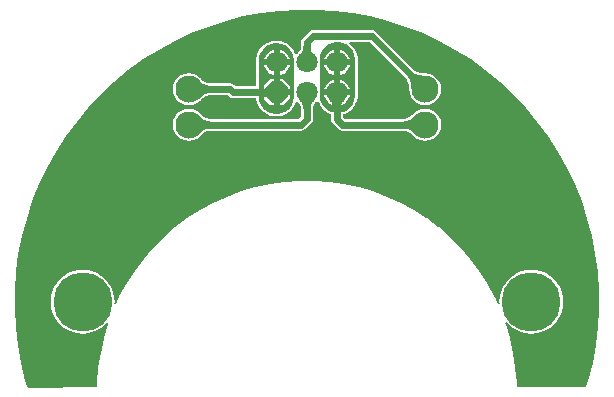
<source format=gbl>
G04*
G04 #@! TF.GenerationSoftware,Altium Limited,Altium Designer,20.1.8 (145)*
G04*
G04 Layer_Physical_Order=2*
G04 Layer_Color=16711680*
%FSTAX43Y43*%
%MOMM*%
G71*
G04*
G04 #@! TF.SameCoordinates,996BCE0E-84F6-4872-9113-F872C4FAF876*
G04*
G04*
G04 #@! TF.FilePolarity,Positive*
G04*
G01*
G75*
%ADD14C,2.300*%
%ADD15C,1.800*%
%ADD16P,1.948X8X22.5*%
%ADD17C,5.000*%
%ADD18C,0.600*%
G36*
X0076319Y007765D02*
X0077855Y0077457D01*
X0079376Y0077168D01*
X0080876Y0076785D01*
X0082349Y0076309D01*
X0083789Y0075742D01*
X0085191Y0075085D01*
X008655Y0074343D01*
X0087859Y0073517D01*
X0089114Y0072611D01*
X009031Y0071628D01*
X0091442Y0070572D01*
X0092506Y0069448D01*
X0093498Y0068259D01*
X0094414Y006701D01*
X0095249Y0065707D01*
X0096002Y0064355D01*
X0096668Y0062957D01*
X0097246Y0061521D01*
X0097734Y0060052D01*
X0098128Y0058555D01*
X0098428Y0057036D01*
X0098632Y0055502D01*
X0098741Y0053957D01*
X0098752Y0052409D01*
X0098667Y0050863D01*
X0098485Y0049326D01*
X0098207Y0047803D01*
X0097835Y00463D01*
X0097663Y0045755D01*
X009175D01*
X0091744Y0046129D01*
X0091742Y0046136D01*
X0091743Y0046143D01*
X0091654Y0047389D01*
X0091652Y0047398D01*
X0091652Y0047407D01*
X0091474Y0048643D01*
X0091471Y0048652D01*
X0091471Y0048661D01*
X0091205Y0049882D01*
X0091202Y004989D01*
X0091201Y00499D01*
X0090849Y0051098D01*
X0090845Y0051106D01*
X0090843Y0051116D01*
X0090806Y0051216D01*
X0090917Y0051282D01*
X0091085Y0051085D01*
X0091408Y0050809D01*
X009177Y0050587D01*
X0092163Y0050424D01*
X0092576Y0050325D01*
X0093Y0050292D01*
X0093424Y0050325D01*
X0093837Y0050424D01*
X009423Y0050587D01*
X0094592Y0050809D01*
X0094915Y0051085D01*
X0095191Y0051408D01*
X0095413Y005177D01*
X0095576Y0052163D01*
X0095675Y0052576D01*
X0095708Y0053D01*
X0095675Y0053424D01*
X0095576Y0053837D01*
X0095413Y005423D01*
X0095191Y0054592D01*
X0094915Y0054915D01*
X0094592Y0055191D01*
X009423Y0055413D01*
X0093837Y0055576D01*
X0093424Y0055675D01*
X0093Y0055708D01*
X0092576Y0055675D01*
X0092163Y0055576D01*
X009177Y0055413D01*
X0091408Y0055191D01*
X0091085Y0054915D01*
X0090809Y0054592D01*
X0090587Y005423D01*
X0090424Y0053837D01*
X0090325Y0053424D01*
X0090292Y0053D01*
X0090306Y0052813D01*
X0090182Y0052781D01*
X0089881Y0053439D01*
X0089875Y0053447D01*
X0089873Y0053455D01*
X0089274Y0054552D01*
X0089268Y0054559D01*
X0089265Y0054568D01*
X0088589Y0055618D01*
X0088583Y0055625D01*
X0088579Y0055633D01*
X008783Y0056633D01*
X0087823Y005664D01*
X0087819Y0056648D01*
X0087001Y0057592D01*
X0086993Y0057597D01*
X0086988Y0057605D01*
X0086105Y0058488D01*
X0086097Y0058493D01*
X0086092Y0058501D01*
X0085148Y0059319D01*
X008514Y0059323D01*
X0085133Y005933D01*
X0084133Y0060079D01*
X0084125Y0060083D01*
X0084118Y0060089D01*
X0083068Y0060765D01*
X0083059Y0060768D01*
X0083052Y0060774D01*
X0081955Y0061373D01*
X0081947Y0061375D01*
X0081939Y0061381D01*
X0080803Y00619D01*
X0080794Y0061902D01*
X0080786Y0061907D01*
X0079616Y0062343D01*
X0079606Y0062345D01*
X0079598Y0062349D01*
X00784Y0062701D01*
X0078391Y0062702D01*
X0078382Y0062705D01*
X0077161Y0062971D01*
X0077152Y0062971D01*
X0077143Y0062974D01*
X0075907Y0063152D01*
X0075898Y0063152D01*
X0075889Y0063154D01*
X0074643Y0063243D01*
X0074634Y0063242D01*
X0074625Y0063244D01*
X0073375D01*
X0073366Y0063242D01*
X0073357Y0063243D01*
X0072111Y0063154D01*
X0072102Y0063152D01*
X0072093Y0063152D01*
X0070857Y0062974D01*
X0070848Y0062971D01*
X0070839Y0062971D01*
X0069618Y0062705D01*
X0069609Y0062702D01*
X00696Y0062701D01*
X0068402Y0062349D01*
X0068394Y0062345D01*
X0068384Y0062343D01*
X0067214Y0061907D01*
X0067206Y0061902D01*
X0067197Y00619D01*
X0066061Y0061381D01*
X0066053Y0061375D01*
X0066045Y0061373D01*
X0064948Y0060774D01*
X0064941Y0060768D01*
X0064932Y0060765D01*
X0063882Y0060089D01*
X0063875Y0060083D01*
X0063867Y0060079D01*
X0062867Y005933D01*
X006286Y0059323D01*
X0062852Y0059319D01*
X0061908Y0058501D01*
X0061903Y0058493D01*
X0061895Y0058488D01*
X0061012Y0057605D01*
X0061007Y0057597D01*
X0060999Y0057592D01*
X0060181Y0056648D01*
X0060177Y005664D01*
X006017Y0056633D01*
X0059421Y0055633D01*
X0059417Y0055625D01*
X0059411Y0055618D01*
X0058735Y0054568D01*
X0058732Y0054559D01*
X0058726Y0054552D01*
X0058127Y0053455D01*
X0058125Y0053447D01*
X0058119Y0053439D01*
X0057818Y0052781D01*
X0057694Y0052813D01*
X0057708Y0053D01*
X0057675Y0053424D01*
X0057576Y0053837D01*
X0057413Y005423D01*
X0057191Y0054592D01*
X0056915Y0054915D01*
X0056592Y0055191D01*
X005623Y0055413D01*
X0055837Y0055576D01*
X0055424Y0055675D01*
X0055Y0055708D01*
X0054576Y0055675D01*
X0054163Y0055576D01*
X005377Y0055413D01*
X0053408Y0055191D01*
X0053085Y0054915D01*
X0052809Y0054592D01*
X0052587Y005423D01*
X0052424Y0053837D01*
X0052325Y0053424D01*
X0052292Y0053D01*
X0052325Y0052576D01*
X0052424Y0052163D01*
X0052587Y005177D01*
X0052809Y0051408D01*
X0053085Y0051085D01*
X0053408Y0050809D01*
X005377Y0050587D01*
X0054163Y0050424D01*
X0054576Y0050325D01*
X0055Y0050292D01*
X0055424Y0050325D01*
X0055837Y0050424D01*
X005623Y0050587D01*
X0056592Y0050809D01*
X0056915Y0051085D01*
X0057083Y0051282D01*
X0057194Y0051216D01*
X0057157Y0051116D01*
X0057155Y0051106D01*
X0057151Y0051098D01*
X0056799Y00499D01*
X0056798Y004989D01*
X0056795Y0049882D01*
X0056529Y0048661D01*
X0056529Y0048652D01*
X0056526Y0048643D01*
X0056348Y0047407D01*
X0056348Y0047398D01*
X0056346Y0047389D01*
X0056257Y0046143D01*
X0056258Y0046136D01*
X0056256Y0046129D01*
X005625Y0045754D01*
X0050341Y0045741D01*
X0050165Y00463D01*
X0049793Y0047803D01*
X0049515Y0049326D01*
X0049333Y0050863D01*
X0049248Y0052409D01*
X0049259Y0053957D01*
X0049368Y0055502D01*
X0049572Y0057036D01*
X0049872Y0058555D01*
X0050266Y0060052D01*
X0050754Y0061521D01*
X0051332Y0062957D01*
X0051998Y0064355D01*
X0052751Y0065707D01*
X0053586Y006701D01*
X0054502Y0068259D01*
X0055494Y0069448D01*
X0056558Y0070572D01*
X005769Y0071628D01*
X0058886Y0072611D01*
X0060141Y0073517D01*
X006145Y0074343D01*
X0062809Y0075085D01*
X0064211Y0075742D01*
X0065651Y0076309D01*
X0067124Y0076785D01*
X0068624Y0077168D01*
X0070145Y0077457D01*
X0071681Y007765D01*
X0073226Y0077747D01*
X0074774D01*
X0076319Y007765D01*
D02*
G37*
%LPC*%
G36*
X00795Y007601D02*
X00745D01*
X0074305Y0075971D01*
X007414Y007586D01*
X007364Y007536D01*
X0073529Y0075195D01*
X007349Y0075D01*
Y0074566D01*
X0073485Y0074527D01*
X0073472Y0074464D01*
X0073454Y0074403D01*
X0073431Y0074343D01*
X0073402Y0074285D01*
X0073367Y0074227D01*
X0073327Y007417D01*
X007328Y0074114D01*
X0073245Y0074077D01*
X0073215Y0074055D01*
X0073147Y0073966D01*
X0073002Y0073985D01*
X0072918Y0074189D01*
X0072907Y0074205D01*
X0072899Y0074224D01*
X0072735Y0074469D01*
X007272Y0074484D01*
X0072709Y00745D01*
X00725Y0074709D01*
X0072484Y007472D01*
X0072469Y0074735D01*
X0072224Y0074899D01*
X0072205Y0074907D01*
X0072189Y0074918D01*
X0071916Y0075031D01*
X0071896Y0075035D01*
X0071877Y0075042D01*
X0071588Y00751D01*
X0071567D01*
X0071548Y0075104D01*
X0071252D01*
X0071233Y00751D01*
X0071212D01*
X0070923Y0075042D01*
X0070904Y0075035D01*
X0070884Y0075031D01*
X0070611Y0074918D01*
X0070595Y0074907D01*
X0070576Y0074899D01*
X0070331Y0074735D01*
X0070316Y007472D01*
X00703Y0074709D01*
X0070091Y00745D01*
X007008Y0074484D01*
X0070065Y0074469D01*
X0069901Y0074224D01*
X0069893Y0074205D01*
X0069882Y0074189D01*
X0069769Y0073916D01*
X0069765Y0073896D01*
X0069758Y0073877D01*
X00697Y0073588D01*
Y0073567D01*
X0069696Y0073548D01*
Y007124D01*
X0067981D01*
X006786Y007136D01*
X0067695Y0071471D01*
X00675Y007151D01*
X0065714D01*
X0065648Y007152D01*
X0065569Y007154D01*
X0065489Y0071569D01*
X0065407Y0071608D01*
X0065323Y0071656D01*
X0065236Y0071713D01*
X0065148Y0071781D01*
X0065058Y0071859D01*
X0064996Y007192D01*
X0064963Y0071963D01*
X0064681Y0072179D01*
X0064352Y0072315D01*
X0064Y0072362D01*
X0063648Y0072315D01*
X0063319Y0072179D01*
X0063037Y0071963D01*
X0062821Y0071681D01*
X0062685Y0071352D01*
X0062638Y0071D01*
X0062685Y0070648D01*
X0062821Y0070319D01*
X0063037Y0070037D01*
X0063319Y0069821D01*
X0063648Y0069685D01*
X0064Y0069638D01*
X0064352Y0069685D01*
X0064681Y0069821D01*
X0064963Y0070037D01*
X0064996Y007008D01*
X0065058Y0070141D01*
X0065148Y0070219D01*
X0065236Y0070287D01*
X0065323Y0070344D01*
X0065407Y0070392D01*
X0065489Y0070431D01*
X0065569Y007046D01*
X0065648Y007048D01*
X0065714Y007049D01*
X0067289D01*
X006741Y007037D01*
X0067575Y0070259D01*
X006777Y007022D01*
X00697D01*
Y0070212D01*
X0069758Y0069923D01*
X0069765Y0069904D01*
X0069769Y0069884D01*
X0069882Y0069611D01*
X0069893Y0069595D01*
X0069901Y0069576D01*
X0070065Y0069331D01*
X007008Y0069316D01*
X0070091Y00693D01*
X00703Y0069091D01*
X0070316Y006908D01*
X0070331Y0069065D01*
X0070576Y0068901D01*
X0070595Y0068893D01*
X0070611Y0068882D01*
X0070884Y0068769D01*
X0070904Y0068765D01*
X0070923Y0068758D01*
X0071212Y00687D01*
X0071233D01*
X0071252Y0068696D01*
X0071548D01*
X0071567Y00687D01*
X0071588D01*
X0071877Y0068758D01*
X0071896Y0068765D01*
X0071916Y0068769D01*
X0072189Y0068882D01*
X0072205Y0068893D01*
X0072224Y0068901D01*
X0072469Y0069065D01*
X0072484Y006908D01*
X00725Y0069091D01*
X0072709Y00693D01*
X007272Y0069316D01*
X0072735Y0069331D01*
X0072899Y0069576D01*
X0072907Y0069595D01*
X0072918Y0069611D01*
X0073031Y0069884D01*
X0073035Y0069904D01*
X0073042Y0069923D01*
X0073052Y0069969D01*
X0073175Y0069998D01*
X0073215Y0069945D01*
X0073245Y0069923D01*
X007328Y0069886D01*
X0073327Y006983D01*
X0073367Y0069773D01*
X0073402Y0069715D01*
X0073431Y0069657D01*
X0073454Y0069597D01*
X0073472Y0069536D01*
X0073485Y0069473D01*
X007349Y0069434D01*
Y0068711D01*
X0073289Y006851D01*
X0065714D01*
X0065648Y006852D01*
X0065569Y006854D01*
X0065489Y0068569D01*
X0065407Y0068608D01*
X0065323Y0068656D01*
X0065236Y0068713D01*
X0065148Y0068781D01*
X0065058Y0068859D01*
X0064996Y006892D01*
X0064963Y0068963D01*
X0064681Y0069179D01*
X0064352Y0069315D01*
X0064Y0069362D01*
X0063648Y0069315D01*
X0063319Y0069179D01*
X0063037Y0068963D01*
X0062821Y0068681D01*
X0062685Y0068352D01*
X0062638Y0068D01*
X0062685Y0067648D01*
X0062821Y0067319D01*
X0063037Y0067037D01*
X0063319Y0066821D01*
X0063648Y0066685D01*
X0064Y0066638D01*
X0064352Y0066685D01*
X0064681Y0066821D01*
X0064963Y0067037D01*
X0064996Y006708D01*
X0065058Y0067141D01*
X0065148Y0067219D01*
X0065236Y0067287D01*
X0065323Y0067344D01*
X0065407Y0067392D01*
X0065489Y0067431D01*
X0065569Y006746D01*
X0065648Y006748D01*
X0065714Y006749D01*
X00735D01*
X0073695Y0067529D01*
X007386Y006764D01*
X007436Y006814D01*
X0074471Y0068305D01*
X007451Y00685D01*
Y0069434D01*
X0074515Y0069473D01*
X0074528Y0069536D01*
X0074546Y0069597D01*
X0074569Y0069657D01*
X0074598Y0069715D01*
X0074633Y0069773D01*
X0074673Y006983D01*
X007472Y0069886D01*
X0074755Y0069923D01*
X0074785Y0069945D01*
X007482Y0069992D01*
X0074849Y0069995D01*
X0074875Y0069992D01*
X0074958Y0069963D01*
X0075062Y0069711D01*
X0075073Y0069695D01*
X0075081Y0069676D01*
X0075245Y0069431D01*
X007526Y0069416D01*
X0075271Y00694D01*
X007548Y0069191D01*
X0075496Y006918D01*
X0075511Y0069165D01*
X0075756Y0069001D01*
X0075775Y0068993D01*
X0075791Y0068982D01*
X007603Y0068883D01*
Y006846D01*
X0076069Y0068265D01*
X007618Y00681D01*
X007664Y006764D01*
X0076805Y0067529D01*
X0077Y006749D01*
X0082286D01*
X0082352Y006748D01*
X0082431Y006746D01*
X0082511Y0067431D01*
X0082593Y0067392D01*
X0082677Y0067344D01*
X0082764Y0067287D01*
X0082852Y0067219D01*
X0082942Y0067141D01*
X0083004Y006708D01*
X0083037Y0067037D01*
X0083319Y0066821D01*
X0083648Y0066685D01*
X0084Y0066638D01*
X0084352Y0066685D01*
X0084681Y0066821D01*
X0084963Y0067037D01*
X0085179Y0067319D01*
X0085315Y0067648D01*
X0085362Y0068D01*
X0085315Y0068352D01*
X0085179Y0068681D01*
X0084963Y0068963D01*
X0084681Y0069179D01*
X0084352Y0069315D01*
X0084Y0069362D01*
X0083648Y0069315D01*
X0083319Y0069179D01*
X0083037Y0068963D01*
X0083004Y006892D01*
X0082942Y0068859D01*
X0082852Y0068781D01*
X0082764Y0068713D01*
X0082677Y0068656D01*
X0082593Y0068608D01*
X0082511Y0068569D01*
X0082431Y006854D01*
X0082352Y006852D01*
X0082286Y006851D01*
X0077211D01*
X007705Y0068671D01*
Y0068856D01*
X0077057Y0068858D01*
X0077076Y0068865D01*
X0077096Y0068869D01*
X0077369Y0068982D01*
X0077385Y0068993D01*
X0077404Y0069001D01*
X0077649Y0069165D01*
X0077664Y006918D01*
X007768Y0069191D01*
X0077889Y00694D01*
X00779Y0069416D01*
X0077915Y0069431D01*
X0078079Y0069676D01*
X0078087Y0069695D01*
X0078098Y0069711D01*
X0078211Y0069984D01*
X0078215Y0070004D01*
X0078222Y0070023D01*
X007828Y0070312D01*
Y0070333D01*
X0078284Y0070352D01*
Y00705D01*
Y00735D01*
Y0073648D01*
X007828Y0073667D01*
Y0073688D01*
X0078222Y0073977D01*
X0078215Y0073996D01*
X0078211Y0074016D01*
X0078098Y0074289D01*
X0078087Y0074305D01*
X0078079Y0074324D01*
X0077915Y0074569D01*
X00779Y0074584D01*
X0077889Y00746D01*
X007768Y0074809D01*
X0077664Y007482D01*
X0077649Y0074835D01*
X0077599Y0074869D01*
X0077635Y007499D01*
X0079289D01*
X0082428Y0071851D01*
X0082467Y0071797D01*
X0082508Y0071728D01*
X0082544Y007165D01*
X0082575Y0071565D01*
X0082601Y0071472D01*
X0082622Y007137D01*
X0082636Y0071259D01*
X0082644Y0071141D01*
X0082645Y0071054D01*
X0082638Y0071D01*
X0082685Y0070648D01*
X0082821Y0070319D01*
X0083037Y0070037D01*
X0083319Y0069821D01*
X0083648Y0069685D01*
X0084Y0069638D01*
X0084352Y0069685D01*
X0084681Y0069821D01*
X0084963Y0070037D01*
X0085179Y0070319D01*
X0085315Y0070648D01*
X0085362Y0071D01*
X0085315Y0071352D01*
X0085179Y0071681D01*
X0084963Y0071963D01*
X0084681Y0072179D01*
X0084352Y0072315D01*
X0084Y0072362D01*
X0083946Y0072355D01*
X0083859Y0072356D01*
X0083741Y0072364D01*
X008363Y0072378D01*
X0083528Y0072399D01*
X0083435Y0072425D01*
X008335Y0072456D01*
X0083272Y0072492D01*
X0083203Y0072533D01*
X0083149Y0072572D01*
X007986Y007586D01*
X0079695Y0075971D01*
X00795Y007601D01*
D02*
G37*
%LPD*%
G36*
X0074303Y0074575D02*
X0074313Y0074494D01*
X007433Y0074414D01*
X0074353Y0074336D01*
X0074382Y0074261D01*
X0074419Y0074187D01*
X0074462Y0074116D01*
X0074511Y0074046D01*
X0074567Y0073978D01*
X007463Y0073913D01*
X007337D01*
X0073433Y0073978D01*
X0073489Y0074046D01*
X0073538Y0074116D01*
X0073581Y0074187D01*
X0073618Y0074261D01*
X0073647Y0074336D01*
X007367Y0074414D01*
X0073687Y0074494D01*
X0073697Y0074575D01*
X00737Y0074659D01*
X00743D01*
X0074303Y0074575D01*
D02*
G37*
G36*
X0083011Y007242D02*
X0083091Y0072362D01*
X0083177Y0072311D01*
X0083271Y0072267D01*
X0083373Y007223D01*
X0083481Y00722D01*
X0083597Y0072177D01*
X008372Y0072161D01*
X0083851Y0072152D01*
X0083989Y007215D01*
X008285Y0071011D01*
X0082848Y0071149D01*
X0082839Y007128D01*
X0082823Y0071403D01*
X00828Y0071519D01*
X008277Y0071627D01*
X0082733Y0071729D01*
X0082689Y0071823D01*
X0082638Y0071909D01*
X008258Y0071989D01*
X0082515Y0072061D01*
X0082939Y0072485D01*
X0083011Y007242D01*
D02*
G37*
G36*
X006492Y0071709D02*
X0065019Y0071623D01*
X0065117Y0071547D01*
X0065215Y0071482D01*
X0065313Y0071426D01*
X0065411Y0071381D01*
X0065509Y0071345D01*
X0065606Y007132D01*
X0065703Y0071305D01*
X00658Y00713D01*
Y00707D01*
X0065703Y0070695D01*
X0065606Y007068D01*
X0065509Y0070655D01*
X0065411Y0070619D01*
X0065313Y0070574D01*
X0065215Y0070518D01*
X0065117Y0070453D01*
X0065019Y0070377D01*
X006492Y0070291D01*
X0064821Y0070195D01*
Y0071805D01*
X006492Y0071709D01*
D02*
G37*
G36*
X0074567Y0070022D02*
X0074511Y0069954D01*
X0074462Y0069884D01*
X0074419Y0069813D01*
X0074382Y0069739D01*
X0074353Y0069664D01*
X007433Y0069586D01*
X0074313Y0069506D01*
X0074303Y0069425D01*
X00743Y0069341D01*
X00737D01*
X0073697Y0069425D01*
X0073687Y0069506D01*
X007367Y0069586D01*
X0073647Y0069664D01*
X0073618Y0069739D01*
X0073581Y0069813D01*
X0073538Y0069884D01*
X0073489Y0069954D01*
X0073433Y0070022D01*
X007337Y0070087D01*
X007463D01*
X0074567Y0070022D01*
D02*
G37*
G36*
X0077018Y0074942D02*
X0077291Y0074829D01*
X0077536Y0074665D01*
X0077745Y0074456D01*
X0077909Y0074211D01*
X0078022Y0073938D01*
X007808Y0073648D01*
Y00735D01*
Y00705D01*
Y0070352D01*
X0078022Y0070062D01*
X0077909Y0069789D01*
X0077745Y0069544D01*
X0077536Y0069335D01*
X0077291Y0069171D01*
X0077018Y0069058D01*
X0076728Y0069D01*
X0076432D01*
X0076142Y0069058D01*
X0075869Y0069171D01*
X0075624Y0069335D01*
X0075415Y0069544D01*
X0075251Y0069789D01*
X0075138Y0070062D01*
X007508Y0070352D01*
Y00705D01*
Y0070506D01*
X0075109Y007073D01*
X007508Y0070954D01*
Y0073046D01*
X0075109Y007327D01*
X007508Y0073494D01*
Y00735D01*
Y0073648D01*
X0075138Y0073938D01*
X0075251Y0074211D01*
X0075415Y0074456D01*
X0075624Y0074665D01*
X0075869Y0074829D01*
X0076142Y0074942D01*
X0076432Y0075D01*
X0076728D01*
X0077018Y0074942D01*
D02*
G37*
G36*
X0071838Y0074842D02*
X0072111Y0074729D01*
X0072356Y0074565D01*
X0072565Y0074356D01*
X0072729Y0074111D01*
X0072842Y0073838D01*
X00729Y0073548D01*
Y00734D01*
Y0073342D01*
X0072891Y007327D01*
X00729Y0073198D01*
Y0070802D01*
X0072891Y007073D01*
X00729Y0070658D01*
Y00704D01*
Y0070252D01*
X0072842Y0069962D01*
X0072729Y0069689D01*
X0072565Y0069444D01*
X0072356Y0069235D01*
X0072111Y0069071D01*
X0071838Y0068958D01*
X0071548Y00689D01*
X0071252D01*
X0070962Y0068958D01*
X0070689Y0069071D01*
X0070444Y0069235D01*
X0070235Y0069444D01*
X0070071Y0069689D01*
X0069958Y0069962D01*
X00699Y0070252D01*
Y00704D01*
Y00734D01*
Y0073548D01*
X0069958Y0073838D01*
X0070071Y0074111D01*
X0070235Y0074356D01*
X0070444Y0074565D01*
X0070689Y0074729D01*
X0070962Y0074842D01*
X0071252Y00749D01*
X0071548D01*
X0071838Y0074842D01*
D02*
G37*
G36*
X0083179Y0067195D02*
X008308Y0067291D01*
X0082981Y0067377D01*
X0082883Y0067453D01*
X0082785Y0067518D01*
X0082687Y0067574D01*
X0082589Y0067619D01*
X0082491Y0067655D01*
X0082394Y006768D01*
X0082297Y0067695D01*
X00822Y00677D01*
Y00683D01*
X0082297Y0068305D01*
X0082394Y006832D01*
X0082491Y0068345D01*
X0082589Y0068381D01*
X0082687Y0068426D01*
X0082785Y0068482D01*
X0082883Y0068547D01*
X0082981Y0068623D01*
X008308Y0068709D01*
X0083179Y0068805D01*
Y0067195D01*
D02*
G37*
G36*
X006492Y0068709D02*
X0065019Y0068623D01*
X0065117Y0068547D01*
X0065215Y0068482D01*
X0065313Y0068426D01*
X0065411Y0068381D01*
X0065509Y0068345D01*
X0065606Y006832D01*
X0065703Y0068305D01*
X00658Y00683D01*
Y00677D01*
X0065703Y0067695D01*
X0065606Y006768D01*
X0065509Y0067655D01*
X0065411Y0067619D01*
X0065313Y0067574D01*
X0065215Y0067518D01*
X0065117Y0067453D01*
X0065019Y0067377D01*
X006492Y0067291D01*
X0064821Y0067195D01*
Y0068805D01*
X006492Y0068709D01*
D02*
G37*
%LPC*%
G36*
X007679Y0074347D02*
Y007352D01*
X0077617D01*
X0077612Y0073557D01*
X0077501Y0073825D01*
X0077325Y0074055D01*
X0077095Y0074231D01*
X0076827Y0074342D01*
X007679Y0074347D01*
D02*
G37*
G36*
X007629D02*
X0076253Y0074342D01*
X0075985Y0074231D01*
X0075755Y0074055D01*
X0075579Y0073825D01*
X0075468Y0073557D01*
X0075463Y007352D01*
X007629D01*
Y0074347D01*
D02*
G37*
G36*
X0077617Y007302D02*
X007679D01*
Y0072193D01*
X0076827Y0072198D01*
X0077095Y0072309D01*
X0077325Y0072485D01*
X0077501Y0072715D01*
X0077612Y0072983D01*
X0077617Y007302D01*
D02*
G37*
G36*
X007629D02*
X0075463D01*
X0075468Y0072983D01*
X0075579Y0072715D01*
X0075755Y0072485D01*
X0075985Y0072309D01*
X0076253Y0072198D01*
X007629Y0072193D01*
Y007302D01*
D02*
G37*
G36*
X007679Y0071807D02*
Y007098D01*
X0077617D01*
X0077612Y0071017D01*
X0077501Y0071285D01*
X0077325Y0071515D01*
X0077095Y0071691D01*
X0076827Y0071802D01*
X007679Y0071807D01*
D02*
G37*
G36*
X007629D02*
X0076253Y0071802D01*
X0075985Y0071691D01*
X0075755Y0071515D01*
X0075579Y0071285D01*
X0075468Y0071017D01*
X0075463Y007098D01*
X007629D01*
Y0071807D01*
D02*
G37*
G36*
X0077617Y007048D02*
X007679D01*
Y0070087D01*
X007717D01*
X0077107Y0070022D01*
X0077051Y0069954D01*
X0077002Y0069884D01*
X0076959Y0069813D01*
X0076923Y0069739D01*
X0076903Y006969D01*
X0077095Y0069769D01*
X0077325Y0069945D01*
X0077501Y0070175D01*
X0077612Y0070443D01*
X0077617Y007048D01*
D02*
G37*
G36*
X007629D02*
X0075463D01*
X0075468Y0070443D01*
X0075579Y0070175D01*
X0075755Y0069945D01*
X0075985Y0069769D01*
X0076177Y006969D01*
X0076158Y0069739D01*
X0076121Y0069813D01*
X0076078Y0069884D01*
X0076029Y0069954D01*
X0075973Y0070022D01*
X007591Y0070087D01*
X007629D01*
Y007048D01*
D02*
G37*
G36*
X007171Y0074347D02*
Y007352D01*
X0072537D01*
X0072532Y0073557D01*
X0072421Y0073825D01*
X0072245Y0074055D01*
X0072015Y0074231D01*
X0071747Y0074342D01*
X007171Y0074347D01*
D02*
G37*
G36*
X007121D02*
X0071173Y0074342D01*
X0070905Y0074231D01*
X0070675Y0074055D01*
X0070499Y0073825D01*
X0070388Y0073557D01*
X0070383Y007352D01*
X007121D01*
Y0074347D01*
D02*
G37*
G36*
X0072537Y007302D02*
X007171D01*
Y0072193D01*
X0071747Y0072198D01*
X0072015Y0072309D01*
X0072245Y0072485D01*
X0072421Y0072715D01*
X0072532Y0072983D01*
X0072537Y007302D01*
D02*
G37*
G36*
X007121D02*
X0070383D01*
X0070388Y0072983D01*
X0070499Y0072715D01*
X0070675Y0072485D01*
X0070905Y0072309D01*
X0071173Y0072198D01*
X007121Y0072193D01*
Y007302D01*
D02*
G37*
G36*
X007201Y007183D02*
X007171D01*
Y007098D01*
X007256D01*
Y007128D01*
X007201Y007183D01*
D02*
G37*
G36*
X007121D02*
X007091D01*
X007036Y007128D01*
Y0071059D01*
X0070445Y0071078D01*
X0070528Y0071104D01*
X0070596Y0071137D01*
X0070649Y0071176D01*
X0070687Y0071221D01*
X0070709Y0071271D01*
X0070717Y0071328D01*
Y007098D01*
X007121D01*
Y007183D01*
D02*
G37*
G36*
Y007048D02*
X0070717D01*
Y0070132D01*
X0070709Y0070189D01*
X0070687Y0070239D01*
X0070649Y0070284D01*
X0070596Y0070323D01*
X0070528Y0070356D01*
X0070445Y0070382D01*
X007036Y0070401D01*
Y007018D01*
X007091Y006963D01*
X007121D01*
Y007048D01*
D02*
G37*
G36*
X007256D02*
X007171D01*
Y006963D01*
X007201D01*
X007256Y007018D01*
Y007048D01*
D02*
G37*
%LPD*%
D14*
X0084Y0071D02*
D03*
Y0068D02*
D03*
X0064D02*
D03*
Y0071D02*
D03*
D15*
X007146Y007327D02*
D03*
X007654D02*
D03*
X0074D02*
D03*
Y007073D02*
D03*
X007654D02*
D03*
D16*
X007146D02*
D03*
D17*
X0055Y0053D02*
D03*
X0093D02*
D03*
D18*
X00795Y00755D02*
X0084Y0071D01*
X00745Y00755D02*
X00795D01*
X0074Y0075D02*
X00745Y00755D01*
X0074Y007327D02*
Y0075D01*
X0064Y0071D02*
X00675D01*
X006777Y007073D02*
X007146D01*
X00675Y0071D02*
X006777Y007073D01*
X0077Y0068D02*
X0084D01*
X007654Y006846D02*
Y007073D01*
Y006846D02*
X0077Y0068D01*
X0074Y00685D02*
Y007073D01*
X0064Y0068D02*
X00735D01*
X0074Y00685D01*
M02*

</source>
